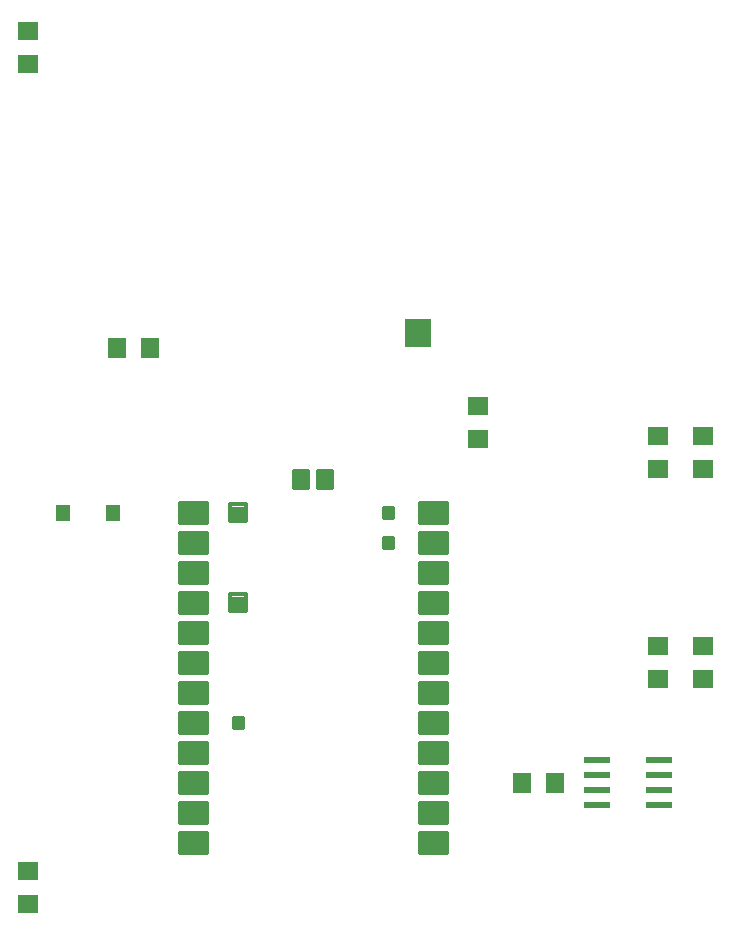
<source format=gtp>
G75*
%MOIN*%
%OFA0B0*%
%FSLAX25Y25*%
%IPPOS*%
%LPD*%
%AMOC8*
5,1,8,0,0,1.08239X$1,22.5*
%
%ADD10R,0.07087X0.06299*%
%ADD11R,0.05000X0.05787*%
%ADD12R,0.05000X0.02500*%
%ADD13R,0.09000X0.09600*%
%ADD14C,0.01600*%
%ADD15C,0.00900*%
%ADD16C,0.01400*%
%ADD17C,0.01200*%
%ADD18R,0.06299X0.07087*%
%ADD19R,0.08661X0.02362*%
D10*
X0111800Y0036288D03*
X0111800Y0047312D03*
X0261800Y0191288D03*
X0261800Y0202312D03*
X0321800Y0192312D03*
X0321800Y0181288D03*
X0336800Y0181288D03*
X0336800Y0192312D03*
X0336800Y0122312D03*
X0336800Y0111288D03*
X0321800Y0111288D03*
X0321800Y0122312D03*
X0111800Y0316288D03*
X0111800Y0327312D03*
D11*
X0123335Y0166800D03*
X0140265Y0166800D03*
D12*
X0241800Y0225178D03*
X0241800Y0228422D03*
D13*
X0241800Y0226800D03*
D14*
X0242600Y0163600D02*
X0251000Y0163600D01*
X0242600Y0163600D02*
X0242600Y0170000D01*
X0251000Y0170000D01*
X0251000Y0163600D01*
X0251000Y0165199D02*
X0242600Y0165199D01*
X0242600Y0166798D02*
X0251000Y0166798D01*
X0251000Y0168397D02*
X0242600Y0168397D01*
X0242600Y0169996D02*
X0251000Y0169996D01*
X0251000Y0153600D02*
X0242600Y0153600D01*
X0242600Y0160000D01*
X0251000Y0160000D01*
X0251000Y0153600D01*
X0251000Y0155199D02*
X0242600Y0155199D01*
X0242600Y0156798D02*
X0251000Y0156798D01*
X0251000Y0158397D02*
X0242600Y0158397D01*
X0242600Y0159996D02*
X0251000Y0159996D01*
X0251000Y0143600D02*
X0242600Y0143600D01*
X0242600Y0150000D01*
X0251000Y0150000D01*
X0251000Y0143600D01*
X0251000Y0145199D02*
X0242600Y0145199D01*
X0242600Y0146798D02*
X0251000Y0146798D01*
X0251000Y0148397D02*
X0242600Y0148397D01*
X0242600Y0149996D02*
X0251000Y0149996D01*
X0251000Y0133600D02*
X0242600Y0133600D01*
X0242600Y0140000D01*
X0251000Y0140000D01*
X0251000Y0133600D01*
X0251000Y0135199D02*
X0242600Y0135199D01*
X0242600Y0136798D02*
X0251000Y0136798D01*
X0251000Y0138397D02*
X0242600Y0138397D01*
X0242600Y0139996D02*
X0251000Y0139996D01*
X0251000Y0123600D02*
X0242600Y0123600D01*
X0242600Y0130000D01*
X0251000Y0130000D01*
X0251000Y0123600D01*
X0251000Y0125199D02*
X0242600Y0125199D01*
X0242600Y0126798D02*
X0251000Y0126798D01*
X0251000Y0128397D02*
X0242600Y0128397D01*
X0242600Y0129996D02*
X0251000Y0129996D01*
X0251000Y0113600D02*
X0242600Y0113600D01*
X0242600Y0120000D01*
X0251000Y0120000D01*
X0251000Y0113600D01*
X0251000Y0115199D02*
X0242600Y0115199D01*
X0242600Y0116798D02*
X0251000Y0116798D01*
X0251000Y0118397D02*
X0242600Y0118397D01*
X0242600Y0119996D02*
X0251000Y0119996D01*
X0251000Y0103600D02*
X0242600Y0103600D01*
X0242600Y0110000D01*
X0251000Y0110000D01*
X0251000Y0103600D01*
X0251000Y0105199D02*
X0242600Y0105199D01*
X0242600Y0106798D02*
X0251000Y0106798D01*
X0251000Y0108397D02*
X0242600Y0108397D01*
X0242600Y0109996D02*
X0251000Y0109996D01*
X0251000Y0093600D02*
X0242600Y0093600D01*
X0242600Y0100000D01*
X0251000Y0100000D01*
X0251000Y0093600D01*
X0251000Y0095199D02*
X0242600Y0095199D01*
X0242600Y0096798D02*
X0251000Y0096798D01*
X0251000Y0098397D02*
X0242600Y0098397D01*
X0242600Y0099996D02*
X0251000Y0099996D01*
X0251000Y0083600D02*
X0242600Y0083600D01*
X0242600Y0090000D01*
X0251000Y0090000D01*
X0251000Y0083600D01*
X0251000Y0085199D02*
X0242600Y0085199D01*
X0242600Y0086798D02*
X0251000Y0086798D01*
X0251000Y0088397D02*
X0242600Y0088397D01*
X0242600Y0089996D02*
X0251000Y0089996D01*
X0251000Y0073600D02*
X0242600Y0073600D01*
X0242600Y0080000D01*
X0251000Y0080000D01*
X0251000Y0073600D01*
X0251000Y0075199D02*
X0242600Y0075199D01*
X0242600Y0076798D02*
X0251000Y0076798D01*
X0251000Y0078397D02*
X0242600Y0078397D01*
X0242600Y0079996D02*
X0251000Y0079996D01*
X0251000Y0063600D02*
X0242600Y0063600D01*
X0242600Y0070000D01*
X0251000Y0070000D01*
X0251000Y0063600D01*
X0251000Y0065199D02*
X0242600Y0065199D01*
X0242600Y0066798D02*
X0251000Y0066798D01*
X0251000Y0068397D02*
X0242600Y0068397D01*
X0242600Y0069996D02*
X0251000Y0069996D01*
X0251000Y0053600D02*
X0242600Y0053600D01*
X0242600Y0060000D01*
X0251000Y0060000D01*
X0251000Y0053600D01*
X0251000Y0055199D02*
X0242600Y0055199D01*
X0242600Y0056798D02*
X0251000Y0056798D01*
X0251000Y0058397D02*
X0242600Y0058397D01*
X0242600Y0059996D02*
X0251000Y0059996D01*
X0171000Y0053600D02*
X0162600Y0053600D01*
X0162600Y0060000D01*
X0171000Y0060000D01*
X0171000Y0053600D01*
X0171000Y0055199D02*
X0162600Y0055199D01*
X0162600Y0056798D02*
X0171000Y0056798D01*
X0171000Y0058397D02*
X0162600Y0058397D01*
X0162600Y0059996D02*
X0171000Y0059996D01*
X0171000Y0063600D02*
X0162600Y0063600D01*
X0162600Y0070000D01*
X0171000Y0070000D01*
X0171000Y0063600D01*
X0171000Y0065199D02*
X0162600Y0065199D01*
X0162600Y0066798D02*
X0171000Y0066798D01*
X0171000Y0068397D02*
X0162600Y0068397D01*
X0162600Y0069996D02*
X0171000Y0069996D01*
X0171000Y0073600D02*
X0162600Y0073600D01*
X0162600Y0080000D01*
X0171000Y0080000D01*
X0171000Y0073600D01*
X0171000Y0075199D02*
X0162600Y0075199D01*
X0162600Y0076798D02*
X0171000Y0076798D01*
X0171000Y0078397D02*
X0162600Y0078397D01*
X0162600Y0079996D02*
X0171000Y0079996D01*
X0171000Y0083600D02*
X0162600Y0083600D01*
X0162600Y0090000D01*
X0171000Y0090000D01*
X0171000Y0083600D01*
X0171000Y0085199D02*
X0162600Y0085199D01*
X0162600Y0086798D02*
X0171000Y0086798D01*
X0171000Y0088397D02*
X0162600Y0088397D01*
X0162600Y0089996D02*
X0171000Y0089996D01*
X0171000Y0093600D02*
X0162600Y0093600D01*
X0162600Y0100000D01*
X0171000Y0100000D01*
X0171000Y0093600D01*
X0171000Y0095199D02*
X0162600Y0095199D01*
X0162600Y0096798D02*
X0171000Y0096798D01*
X0171000Y0098397D02*
X0162600Y0098397D01*
X0162600Y0099996D02*
X0171000Y0099996D01*
X0171000Y0103600D02*
X0162600Y0103600D01*
X0162600Y0110000D01*
X0171000Y0110000D01*
X0171000Y0103600D01*
X0171000Y0105199D02*
X0162600Y0105199D01*
X0162600Y0106798D02*
X0171000Y0106798D01*
X0171000Y0108397D02*
X0162600Y0108397D01*
X0162600Y0109996D02*
X0171000Y0109996D01*
X0171000Y0113600D02*
X0162600Y0113600D01*
X0162600Y0120000D01*
X0171000Y0120000D01*
X0171000Y0113600D01*
X0171000Y0115199D02*
X0162600Y0115199D01*
X0162600Y0116798D02*
X0171000Y0116798D01*
X0171000Y0118397D02*
X0162600Y0118397D01*
X0162600Y0119996D02*
X0171000Y0119996D01*
X0171000Y0123600D02*
X0162600Y0123600D01*
X0162600Y0130000D01*
X0171000Y0130000D01*
X0171000Y0123600D01*
X0171000Y0125199D02*
X0162600Y0125199D01*
X0162600Y0126798D02*
X0171000Y0126798D01*
X0171000Y0128397D02*
X0162600Y0128397D01*
X0162600Y0129996D02*
X0171000Y0129996D01*
X0171000Y0133600D02*
X0162600Y0133600D01*
X0162600Y0140000D01*
X0171000Y0140000D01*
X0171000Y0133600D01*
X0171000Y0135199D02*
X0162600Y0135199D01*
X0162600Y0136798D02*
X0171000Y0136798D01*
X0171000Y0138397D02*
X0162600Y0138397D01*
X0162600Y0139996D02*
X0171000Y0139996D01*
X0171000Y0143600D02*
X0162600Y0143600D01*
X0162600Y0150000D01*
X0171000Y0150000D01*
X0171000Y0143600D01*
X0171000Y0145199D02*
X0162600Y0145199D01*
X0162600Y0146798D02*
X0171000Y0146798D01*
X0171000Y0148397D02*
X0162600Y0148397D01*
X0162600Y0149996D02*
X0171000Y0149996D01*
X0171000Y0153600D02*
X0162600Y0153600D01*
X0162600Y0160000D01*
X0171000Y0160000D01*
X0171000Y0153600D01*
X0171000Y0155199D02*
X0162600Y0155199D01*
X0162600Y0156798D02*
X0171000Y0156798D01*
X0171000Y0158397D02*
X0162600Y0158397D01*
X0162600Y0159996D02*
X0171000Y0159996D01*
X0171000Y0163600D02*
X0162600Y0163600D01*
X0162600Y0170000D01*
X0171000Y0170000D01*
X0171000Y0163600D01*
X0171000Y0165199D02*
X0162600Y0165199D01*
X0162600Y0166798D02*
X0171000Y0166798D01*
X0171000Y0168397D02*
X0162600Y0168397D01*
X0162600Y0169996D02*
X0171000Y0169996D01*
D15*
X0230000Y0165000D02*
X0233600Y0165000D01*
X0230000Y0165000D02*
X0230000Y0168600D01*
X0233600Y0168600D01*
X0233600Y0165000D01*
X0233600Y0165899D02*
X0230000Y0165899D01*
X0230000Y0166798D02*
X0233600Y0166798D01*
X0233600Y0167697D02*
X0230000Y0167697D01*
X0230000Y0168596D02*
X0233600Y0168596D01*
X0233600Y0155000D02*
X0230000Y0155000D01*
X0230000Y0158600D01*
X0233600Y0158600D01*
X0233600Y0155000D01*
X0233600Y0155899D02*
X0230000Y0155899D01*
X0230000Y0156798D02*
X0233600Y0156798D01*
X0233600Y0157697D02*
X0230000Y0157697D01*
X0230000Y0158596D02*
X0233600Y0158596D01*
X0183600Y0095000D02*
X0180000Y0095000D01*
X0180000Y0098600D01*
X0183600Y0098600D01*
X0183600Y0095000D01*
X0183600Y0095899D02*
X0180000Y0095899D01*
X0180000Y0096798D02*
X0183600Y0096798D01*
X0183600Y0097697D02*
X0180000Y0097697D01*
X0180000Y0098596D02*
X0183600Y0098596D01*
D16*
X0184600Y0134000D02*
X0179000Y0134000D01*
X0179000Y0139600D01*
X0184600Y0139600D01*
X0184600Y0134000D01*
X0184600Y0135399D02*
X0179000Y0135399D01*
X0179000Y0136798D02*
X0184600Y0136798D01*
X0184600Y0138197D02*
X0179000Y0138197D01*
X0179000Y0139596D02*
X0184600Y0139596D01*
X0184600Y0164000D02*
X0179000Y0164000D01*
X0179000Y0169600D01*
X0184600Y0169600D01*
X0184600Y0164000D01*
X0184600Y0165399D02*
X0179000Y0165399D01*
X0179000Y0166798D02*
X0184600Y0166798D01*
X0184600Y0168197D02*
X0179000Y0168197D01*
X0179000Y0169596D02*
X0184600Y0169596D01*
D17*
X0200400Y0174900D02*
X0205200Y0174900D01*
X0200400Y0174900D02*
X0200400Y0180700D01*
X0205200Y0180700D01*
X0205200Y0174900D01*
X0205200Y0176099D02*
X0200400Y0176099D01*
X0200400Y0177298D02*
X0205200Y0177298D01*
X0205200Y0178497D02*
X0200400Y0178497D01*
X0200400Y0179696D02*
X0205200Y0179696D01*
X0208400Y0174900D02*
X0213200Y0174900D01*
X0208400Y0174900D02*
X0208400Y0180700D01*
X0213200Y0180700D01*
X0213200Y0174900D01*
X0213200Y0176099D02*
X0208400Y0176099D01*
X0208400Y0177298D02*
X0213200Y0177298D01*
X0213200Y0178497D02*
X0208400Y0178497D01*
X0208400Y0179696D02*
X0213200Y0179696D01*
D18*
X0152312Y0221800D03*
X0141288Y0221800D03*
X0276288Y0076800D03*
X0287312Y0076800D03*
D19*
X0301564Y0074300D03*
X0301564Y0079300D03*
X0301564Y0084300D03*
X0301564Y0069300D03*
X0322036Y0069300D03*
X0322036Y0074300D03*
X0322036Y0079300D03*
X0322036Y0084300D03*
M02*

</source>
